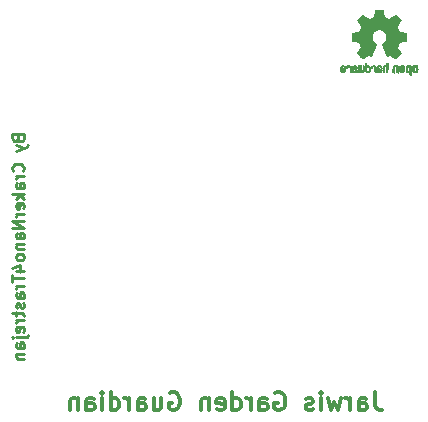
<source format=gbr>
G04 #@! TF.GenerationSoftware,KiCad,Pcbnew,5.0.0-fee4fd1~66~ubuntu16.04.1*
G04 #@! TF.CreationDate,2018-08-17T12:07:40+02:00*
G04 #@! TF.ProjectId,Garden_Guardian,47617264656E5F477561726469616E2E,rev?*
G04 #@! TF.SameCoordinates,Original*
G04 #@! TF.FileFunction,Legend,Bot*
G04 #@! TF.FilePolarity,Positive*
%FSLAX46Y46*%
G04 Gerber Fmt 4.6, Leading zero omitted, Abs format (unit mm)*
G04 Created by KiCad (PCBNEW 5.0.0-fee4fd1~66~ubuntu16.04.1) date Fri Aug 17 12:07:40 2018*
%MOMM*%
%LPD*%
G01*
G04 APERTURE LIST*
%ADD10C,0.250000*%
%ADD11C,0.300000*%
%ADD12C,0.010000*%
G04 APERTURE END LIST*
D10*
X145548571Y-85083333D02*
X145596190Y-85226190D01*
X145643809Y-85273809D01*
X145739047Y-85321428D01*
X145881904Y-85321428D01*
X145977142Y-85273809D01*
X146024761Y-85226190D01*
X146072380Y-85130952D01*
X146072380Y-84750000D01*
X145072380Y-84750000D01*
X145072380Y-85083333D01*
X145120000Y-85178571D01*
X145167619Y-85226190D01*
X145262857Y-85273809D01*
X145358095Y-85273809D01*
X145453333Y-85226190D01*
X145500952Y-85178571D01*
X145548571Y-85083333D01*
X145548571Y-84750000D01*
X145405714Y-85654761D02*
X146072380Y-85892857D01*
X145405714Y-86130952D02*
X146072380Y-85892857D01*
X146310476Y-85797619D01*
X146358095Y-85750000D01*
X146405714Y-85654761D01*
X145977142Y-87845238D02*
X146024761Y-87797619D01*
X146072380Y-87654761D01*
X146072380Y-87559523D01*
X146024761Y-87416666D01*
X145929523Y-87321428D01*
X145834285Y-87273809D01*
X145643809Y-87226190D01*
X145500952Y-87226190D01*
X145310476Y-87273809D01*
X145215238Y-87321428D01*
X145120000Y-87416666D01*
X145072380Y-87559523D01*
X145072380Y-87654761D01*
X145120000Y-87797619D01*
X145167619Y-87845238D01*
X146072380Y-88273809D02*
X145405714Y-88273809D01*
X145596190Y-88273809D02*
X145500952Y-88321428D01*
X145453333Y-88369047D01*
X145405714Y-88464285D01*
X145405714Y-88559523D01*
X146072380Y-89321428D02*
X145548571Y-89321428D01*
X145453333Y-89273809D01*
X145405714Y-89178571D01*
X145405714Y-88988095D01*
X145453333Y-88892857D01*
X146024761Y-89321428D02*
X146072380Y-89226190D01*
X146072380Y-88988095D01*
X146024761Y-88892857D01*
X145929523Y-88845238D01*
X145834285Y-88845238D01*
X145739047Y-88892857D01*
X145691428Y-88988095D01*
X145691428Y-89226190D01*
X145643809Y-89321428D01*
X146072380Y-89797619D02*
X145072380Y-89797619D01*
X145691428Y-89892857D02*
X146072380Y-90178571D01*
X145405714Y-90178571D02*
X145786666Y-89797619D01*
X146024761Y-90988095D02*
X146072380Y-90892857D01*
X146072380Y-90702380D01*
X146024761Y-90607142D01*
X145929523Y-90559523D01*
X145548571Y-90559523D01*
X145453333Y-90607142D01*
X145405714Y-90702380D01*
X145405714Y-90892857D01*
X145453333Y-90988095D01*
X145548571Y-91035714D01*
X145643809Y-91035714D01*
X145739047Y-90559523D01*
X146072380Y-91464285D02*
X145405714Y-91464285D01*
X145596190Y-91464285D02*
X145500952Y-91511904D01*
X145453333Y-91559523D01*
X145405714Y-91654761D01*
X145405714Y-91749999D01*
X146072380Y-92083333D02*
X145072380Y-92083333D01*
X146072380Y-92654761D01*
X145072380Y-92654761D01*
X146072380Y-93559523D02*
X145548571Y-93559523D01*
X145453333Y-93511904D01*
X145405714Y-93416666D01*
X145405714Y-93226190D01*
X145453333Y-93130952D01*
X146024761Y-93559523D02*
X146072380Y-93464285D01*
X146072380Y-93226190D01*
X146024761Y-93130952D01*
X145929523Y-93083333D01*
X145834285Y-93083333D01*
X145739047Y-93130952D01*
X145691428Y-93226190D01*
X145691428Y-93464285D01*
X145643809Y-93559523D01*
X145405714Y-94035714D02*
X146072380Y-94035714D01*
X145500952Y-94035714D02*
X145453333Y-94083333D01*
X145405714Y-94178571D01*
X145405714Y-94321428D01*
X145453333Y-94416666D01*
X145548571Y-94464285D01*
X146072380Y-94464285D01*
X146072380Y-95083333D02*
X146024761Y-94988095D01*
X145977142Y-94940476D01*
X145881904Y-94892857D01*
X145596190Y-94892857D01*
X145500952Y-94940476D01*
X145453333Y-94988095D01*
X145405714Y-95083333D01*
X145405714Y-95226190D01*
X145453333Y-95321428D01*
X145500952Y-95369047D01*
X145596190Y-95416666D01*
X145881904Y-95416666D01*
X145977142Y-95369047D01*
X146024761Y-95321428D01*
X146072380Y-95226190D01*
X146072380Y-95083333D01*
X145405714Y-96273809D02*
X146072380Y-96273809D01*
X145024761Y-96035714D02*
X145739047Y-95797619D01*
X145739047Y-96416666D01*
X145072380Y-96654761D02*
X145072380Y-97226190D01*
X146072380Y-96940476D02*
X145072380Y-96940476D01*
X146072380Y-97559523D02*
X145405714Y-97559523D01*
X145596190Y-97559523D02*
X145500952Y-97607142D01*
X145453333Y-97654761D01*
X145405714Y-97749999D01*
X145405714Y-97845238D01*
X146072380Y-98607142D02*
X145548571Y-98607142D01*
X145453333Y-98559523D01*
X145405714Y-98464285D01*
X145405714Y-98273809D01*
X145453333Y-98178571D01*
X146024761Y-98607142D02*
X146072380Y-98511904D01*
X146072380Y-98273809D01*
X146024761Y-98178571D01*
X145929523Y-98130952D01*
X145834285Y-98130952D01*
X145739047Y-98178571D01*
X145691428Y-98273809D01*
X145691428Y-98511904D01*
X145643809Y-98607142D01*
X146024761Y-99035714D02*
X146072380Y-99130952D01*
X146072380Y-99321428D01*
X146024761Y-99416666D01*
X145929523Y-99464285D01*
X145881904Y-99464285D01*
X145786666Y-99416666D01*
X145739047Y-99321428D01*
X145739047Y-99178571D01*
X145691428Y-99083333D01*
X145596190Y-99035714D01*
X145548571Y-99035714D01*
X145453333Y-99083333D01*
X145405714Y-99178571D01*
X145405714Y-99321428D01*
X145453333Y-99416666D01*
X145405714Y-99749999D02*
X145405714Y-100130952D01*
X145072380Y-99892857D02*
X145929523Y-99892857D01*
X146024761Y-99940476D01*
X146072380Y-100035714D01*
X146072380Y-100130952D01*
X146072380Y-100464285D02*
X145405714Y-100464285D01*
X145596190Y-100464285D02*
X145500952Y-100511904D01*
X145453333Y-100559523D01*
X145405714Y-100654761D01*
X145405714Y-100749999D01*
X146024761Y-101464285D02*
X146072380Y-101369047D01*
X146072380Y-101178571D01*
X146024761Y-101083333D01*
X145929523Y-101035714D01*
X145548571Y-101035714D01*
X145453333Y-101083333D01*
X145405714Y-101178571D01*
X145405714Y-101369047D01*
X145453333Y-101464285D01*
X145548571Y-101511904D01*
X145643809Y-101511904D01*
X145739047Y-101035714D01*
X145405714Y-101940476D02*
X146262857Y-101940476D01*
X146358095Y-101892857D01*
X146405714Y-101797619D01*
X146405714Y-101749999D01*
X145072380Y-101940476D02*
X145120000Y-101892857D01*
X145167619Y-101940476D01*
X145120000Y-101988095D01*
X145072380Y-101940476D01*
X145167619Y-101940476D01*
X146072380Y-102845238D02*
X145548571Y-102845238D01*
X145453333Y-102797619D01*
X145405714Y-102702380D01*
X145405714Y-102511904D01*
X145453333Y-102416666D01*
X146024761Y-102845238D02*
X146072380Y-102749999D01*
X146072380Y-102511904D01*
X146024761Y-102416666D01*
X145929523Y-102369047D01*
X145834285Y-102369047D01*
X145739047Y-102416666D01*
X145691428Y-102511904D01*
X145691428Y-102749999D01*
X145643809Y-102845238D01*
X145405714Y-103321428D02*
X146072380Y-103321428D01*
X145500952Y-103321428D02*
X145453333Y-103369047D01*
X145405714Y-103464285D01*
X145405714Y-103607142D01*
X145453333Y-103702380D01*
X145548571Y-103749999D01*
X146072380Y-103749999D01*
D11*
X175768571Y-106598571D02*
X175768571Y-107670000D01*
X175840000Y-107884285D01*
X175982857Y-108027142D01*
X176197142Y-108098571D01*
X176340000Y-108098571D01*
X174411428Y-108098571D02*
X174411428Y-107312857D01*
X174482857Y-107170000D01*
X174625714Y-107098571D01*
X174911428Y-107098571D01*
X175054285Y-107170000D01*
X174411428Y-108027142D02*
X174554285Y-108098571D01*
X174911428Y-108098571D01*
X175054285Y-108027142D01*
X175125714Y-107884285D01*
X175125714Y-107741428D01*
X175054285Y-107598571D01*
X174911428Y-107527142D01*
X174554285Y-107527142D01*
X174411428Y-107455714D01*
X173697142Y-108098571D02*
X173697142Y-107098571D01*
X173697142Y-107384285D02*
X173625714Y-107241428D01*
X173554285Y-107170000D01*
X173411428Y-107098571D01*
X173268571Y-107098571D01*
X172911428Y-107098571D02*
X172625714Y-108098571D01*
X172340000Y-107384285D01*
X172054285Y-108098571D01*
X171768571Y-107098571D01*
X171197142Y-108098571D02*
X171197142Y-107098571D01*
X171197142Y-106598571D02*
X171268571Y-106670000D01*
X171197142Y-106741428D01*
X171125714Y-106670000D01*
X171197142Y-106598571D01*
X171197142Y-106741428D01*
X170554285Y-108027142D02*
X170411428Y-108098571D01*
X170125714Y-108098571D01*
X169982857Y-108027142D01*
X169911428Y-107884285D01*
X169911428Y-107812857D01*
X169982857Y-107670000D01*
X170125714Y-107598571D01*
X170340000Y-107598571D01*
X170482857Y-107527142D01*
X170554285Y-107384285D01*
X170554285Y-107312857D01*
X170482857Y-107170000D01*
X170340000Y-107098571D01*
X170125714Y-107098571D01*
X169982857Y-107170000D01*
X167340000Y-106670000D02*
X167482857Y-106598571D01*
X167697142Y-106598571D01*
X167911428Y-106670000D01*
X168054285Y-106812857D01*
X168125714Y-106955714D01*
X168197142Y-107241428D01*
X168197142Y-107455714D01*
X168125714Y-107741428D01*
X168054285Y-107884285D01*
X167911428Y-108027142D01*
X167697142Y-108098571D01*
X167554285Y-108098571D01*
X167340000Y-108027142D01*
X167268571Y-107955714D01*
X167268571Y-107455714D01*
X167554285Y-107455714D01*
X165982857Y-108098571D02*
X165982857Y-107312857D01*
X166054285Y-107170000D01*
X166197142Y-107098571D01*
X166482857Y-107098571D01*
X166625714Y-107170000D01*
X165982857Y-108027142D02*
X166125714Y-108098571D01*
X166482857Y-108098571D01*
X166625714Y-108027142D01*
X166697142Y-107884285D01*
X166697142Y-107741428D01*
X166625714Y-107598571D01*
X166482857Y-107527142D01*
X166125714Y-107527142D01*
X165982857Y-107455714D01*
X165268571Y-108098571D02*
X165268571Y-107098571D01*
X165268571Y-107384285D02*
X165197142Y-107241428D01*
X165125714Y-107170000D01*
X164982857Y-107098571D01*
X164840000Y-107098571D01*
X163697142Y-108098571D02*
X163697142Y-106598571D01*
X163697142Y-108027142D02*
X163840000Y-108098571D01*
X164125714Y-108098571D01*
X164268571Y-108027142D01*
X164340000Y-107955714D01*
X164411428Y-107812857D01*
X164411428Y-107384285D01*
X164340000Y-107241428D01*
X164268571Y-107170000D01*
X164125714Y-107098571D01*
X163840000Y-107098571D01*
X163697142Y-107170000D01*
X162411428Y-108027142D02*
X162554285Y-108098571D01*
X162840000Y-108098571D01*
X162982857Y-108027142D01*
X163054285Y-107884285D01*
X163054285Y-107312857D01*
X162982857Y-107170000D01*
X162840000Y-107098571D01*
X162554285Y-107098571D01*
X162411428Y-107170000D01*
X162340000Y-107312857D01*
X162340000Y-107455714D01*
X163054285Y-107598571D01*
X161697142Y-107098571D02*
X161697142Y-108098571D01*
X161697142Y-107241428D02*
X161625714Y-107170000D01*
X161482857Y-107098571D01*
X161268571Y-107098571D01*
X161125714Y-107170000D01*
X161054285Y-107312857D01*
X161054285Y-108098571D01*
X158411428Y-106670000D02*
X158554285Y-106598571D01*
X158768571Y-106598571D01*
X158982857Y-106670000D01*
X159125714Y-106812857D01*
X159197142Y-106955714D01*
X159268571Y-107241428D01*
X159268571Y-107455714D01*
X159197142Y-107741428D01*
X159125714Y-107884285D01*
X158982857Y-108027142D01*
X158768571Y-108098571D01*
X158625714Y-108098571D01*
X158411428Y-108027142D01*
X158340000Y-107955714D01*
X158340000Y-107455714D01*
X158625714Y-107455714D01*
X157054285Y-107098571D02*
X157054285Y-108098571D01*
X157697142Y-107098571D02*
X157697142Y-107884285D01*
X157625714Y-108027142D01*
X157482857Y-108098571D01*
X157268571Y-108098571D01*
X157125714Y-108027142D01*
X157054285Y-107955714D01*
X155697142Y-108098571D02*
X155697142Y-107312857D01*
X155768571Y-107170000D01*
X155911428Y-107098571D01*
X156197142Y-107098571D01*
X156340000Y-107170000D01*
X155697142Y-108027142D02*
X155840000Y-108098571D01*
X156197142Y-108098571D01*
X156340000Y-108027142D01*
X156411428Y-107884285D01*
X156411428Y-107741428D01*
X156340000Y-107598571D01*
X156197142Y-107527142D01*
X155840000Y-107527142D01*
X155697142Y-107455714D01*
X154982857Y-108098571D02*
X154982857Y-107098571D01*
X154982857Y-107384285D02*
X154911428Y-107241428D01*
X154840000Y-107170000D01*
X154697142Y-107098571D01*
X154554285Y-107098571D01*
X153411428Y-108098571D02*
X153411428Y-106598571D01*
X153411428Y-108027142D02*
X153554285Y-108098571D01*
X153840000Y-108098571D01*
X153982857Y-108027142D01*
X154054285Y-107955714D01*
X154125714Y-107812857D01*
X154125714Y-107384285D01*
X154054285Y-107241428D01*
X153982857Y-107170000D01*
X153840000Y-107098571D01*
X153554285Y-107098571D01*
X153411428Y-107170000D01*
X152697142Y-108098571D02*
X152697142Y-107098571D01*
X152697142Y-106598571D02*
X152768571Y-106670000D01*
X152697142Y-106741428D01*
X152625714Y-106670000D01*
X152697142Y-106598571D01*
X152697142Y-106741428D01*
X151340000Y-108098571D02*
X151340000Y-107312857D01*
X151411428Y-107170000D01*
X151554285Y-107098571D01*
X151840000Y-107098571D01*
X151982857Y-107170000D01*
X151340000Y-108027142D02*
X151482857Y-108098571D01*
X151840000Y-108098571D01*
X151982857Y-108027142D01*
X152054285Y-107884285D01*
X152054285Y-107741428D01*
X151982857Y-107598571D01*
X151840000Y-107527142D01*
X151482857Y-107527142D01*
X151340000Y-107455714D01*
X150625714Y-107098571D02*
X150625714Y-108098571D01*
X150625714Y-107241428D02*
X150554285Y-107170000D01*
X150411428Y-107098571D01*
X150197142Y-107098571D01*
X150054285Y-107170000D01*
X149982857Y-107312857D01*
X149982857Y-108098571D01*
D12*
G04 #@! TO.C,REF\002A\002A\002A*
G36*
X178520256Y-78869918D02*
X178464799Y-78897568D01*
X178415852Y-78948480D01*
X178402371Y-78967338D01*
X178387686Y-78992015D01*
X178378158Y-79018816D01*
X178372707Y-79054587D01*
X178370253Y-79106169D01*
X178369714Y-79174267D01*
X178372148Y-79267588D01*
X178380606Y-79337657D01*
X178396826Y-79389931D01*
X178422546Y-79429869D01*
X178459503Y-79462929D01*
X178462218Y-79464886D01*
X178498640Y-79484908D01*
X178542498Y-79494815D01*
X178598276Y-79497257D01*
X178688952Y-79497257D01*
X178688990Y-79585283D01*
X178689834Y-79634308D01*
X178694976Y-79663065D01*
X178708413Y-79680311D01*
X178734142Y-79694808D01*
X178740321Y-79697769D01*
X178769236Y-79711648D01*
X178791624Y-79720414D01*
X178808271Y-79721171D01*
X178819964Y-79711023D01*
X178827490Y-79687073D01*
X178831634Y-79646426D01*
X178833185Y-79586186D01*
X178832929Y-79503455D01*
X178831651Y-79395339D01*
X178831252Y-79363000D01*
X178829815Y-79251524D01*
X178828528Y-79178603D01*
X178689029Y-79178603D01*
X178688245Y-79240499D01*
X178684760Y-79280997D01*
X178676876Y-79307708D01*
X178662895Y-79328244D01*
X178653403Y-79338260D01*
X178614596Y-79367567D01*
X178580237Y-79369952D01*
X178544784Y-79345750D01*
X178543886Y-79344857D01*
X178529461Y-79326153D01*
X178520687Y-79300732D01*
X178516261Y-79261584D01*
X178514882Y-79201697D01*
X178514857Y-79188430D01*
X178518188Y-79105901D01*
X178529031Y-79048691D01*
X178548660Y-79013766D01*
X178578350Y-78998094D01*
X178595509Y-78996514D01*
X178636234Y-79003926D01*
X178664168Y-79028330D01*
X178680983Y-79072980D01*
X178688350Y-79141130D01*
X178689029Y-79178603D01*
X178828528Y-79178603D01*
X178828292Y-79165245D01*
X178826323Y-79100333D01*
X178823550Y-79052958D01*
X178819612Y-79019290D01*
X178814151Y-78995498D01*
X178806808Y-78977753D01*
X178797223Y-78962224D01*
X178793113Y-78956381D01*
X178738595Y-78901185D01*
X178669664Y-78869890D01*
X178589928Y-78861165D01*
X178520256Y-78869918D01*
X178520256Y-78869918D01*
G37*
X178520256Y-78869918D02*
X178464799Y-78897568D01*
X178415852Y-78948480D01*
X178402371Y-78967338D01*
X178387686Y-78992015D01*
X178378158Y-79018816D01*
X178372707Y-79054587D01*
X178370253Y-79106169D01*
X178369714Y-79174267D01*
X178372148Y-79267588D01*
X178380606Y-79337657D01*
X178396826Y-79389931D01*
X178422546Y-79429869D01*
X178459503Y-79462929D01*
X178462218Y-79464886D01*
X178498640Y-79484908D01*
X178542498Y-79494815D01*
X178598276Y-79497257D01*
X178688952Y-79497257D01*
X178688990Y-79585283D01*
X178689834Y-79634308D01*
X178694976Y-79663065D01*
X178708413Y-79680311D01*
X178734142Y-79694808D01*
X178740321Y-79697769D01*
X178769236Y-79711648D01*
X178791624Y-79720414D01*
X178808271Y-79721171D01*
X178819964Y-79711023D01*
X178827490Y-79687073D01*
X178831634Y-79646426D01*
X178833185Y-79586186D01*
X178832929Y-79503455D01*
X178831651Y-79395339D01*
X178831252Y-79363000D01*
X178829815Y-79251524D01*
X178828528Y-79178603D01*
X178689029Y-79178603D01*
X178688245Y-79240499D01*
X178684760Y-79280997D01*
X178676876Y-79307708D01*
X178662895Y-79328244D01*
X178653403Y-79338260D01*
X178614596Y-79367567D01*
X178580237Y-79369952D01*
X178544784Y-79345750D01*
X178543886Y-79344857D01*
X178529461Y-79326153D01*
X178520687Y-79300732D01*
X178516261Y-79261584D01*
X178514882Y-79201697D01*
X178514857Y-79188430D01*
X178518188Y-79105901D01*
X178529031Y-79048691D01*
X178548660Y-79013766D01*
X178578350Y-78998094D01*
X178595509Y-78996514D01*
X178636234Y-79003926D01*
X178664168Y-79028330D01*
X178680983Y-79072980D01*
X178688350Y-79141130D01*
X178689029Y-79178603D01*
X178828528Y-79178603D01*
X178828292Y-79165245D01*
X178826323Y-79100333D01*
X178823550Y-79052958D01*
X178819612Y-79019290D01*
X178814151Y-78995498D01*
X178806808Y-78977753D01*
X178797223Y-78962224D01*
X178793113Y-78956381D01*
X178738595Y-78901185D01*
X178669664Y-78869890D01*
X178589928Y-78861165D01*
X178520256Y-78869918D01*
G36*
X177403907Y-78877780D02*
X177357328Y-78904723D01*
X177324943Y-78931466D01*
X177301258Y-78959484D01*
X177284941Y-78993748D01*
X177274661Y-79039227D01*
X177269086Y-79100892D01*
X177266884Y-79183711D01*
X177266629Y-79243246D01*
X177266629Y-79462391D01*
X177328314Y-79490044D01*
X177390000Y-79517697D01*
X177397257Y-79277670D01*
X177400256Y-79188028D01*
X177403402Y-79122962D01*
X177407299Y-79078026D01*
X177412553Y-79048770D01*
X177419769Y-79030748D01*
X177429550Y-79019511D01*
X177432688Y-79017079D01*
X177480239Y-78998083D01*
X177528303Y-79005600D01*
X177556914Y-79025543D01*
X177568553Y-79039675D01*
X177576609Y-79058220D01*
X177581729Y-79086334D01*
X177584559Y-79129173D01*
X177585744Y-79191895D01*
X177585943Y-79257261D01*
X177585982Y-79339268D01*
X177587386Y-79397316D01*
X177592086Y-79436465D01*
X177602013Y-79461780D01*
X177619097Y-79478323D01*
X177645268Y-79491156D01*
X177680225Y-79504491D01*
X177718404Y-79519007D01*
X177713859Y-79261389D01*
X177712029Y-79168519D01*
X177709888Y-79099889D01*
X177706819Y-79050711D01*
X177702206Y-79016198D01*
X177695432Y-78991562D01*
X177685881Y-78972016D01*
X177674366Y-78954770D01*
X177618810Y-78899680D01*
X177551020Y-78867822D01*
X177477287Y-78860191D01*
X177403907Y-78877780D01*
X177403907Y-78877780D01*
G37*
X177403907Y-78877780D02*
X177357328Y-78904723D01*
X177324943Y-78931466D01*
X177301258Y-78959484D01*
X177284941Y-78993748D01*
X177274661Y-79039227D01*
X177269086Y-79100892D01*
X177266884Y-79183711D01*
X177266629Y-79243246D01*
X177266629Y-79462391D01*
X177328314Y-79490044D01*
X177390000Y-79517697D01*
X177397257Y-79277670D01*
X177400256Y-79188028D01*
X177403402Y-79122962D01*
X177407299Y-79078026D01*
X177412553Y-79048770D01*
X177419769Y-79030748D01*
X177429550Y-79019511D01*
X177432688Y-79017079D01*
X177480239Y-78998083D01*
X177528303Y-79005600D01*
X177556914Y-79025543D01*
X177568553Y-79039675D01*
X177576609Y-79058220D01*
X177581729Y-79086334D01*
X177584559Y-79129173D01*
X177585744Y-79191895D01*
X177585943Y-79257261D01*
X177585982Y-79339268D01*
X177587386Y-79397316D01*
X177592086Y-79436465D01*
X177602013Y-79461780D01*
X177619097Y-79478323D01*
X177645268Y-79491156D01*
X177680225Y-79504491D01*
X177718404Y-79519007D01*
X177713859Y-79261389D01*
X177712029Y-79168519D01*
X177709888Y-79099889D01*
X177706819Y-79050711D01*
X177702206Y-79016198D01*
X177695432Y-78991562D01*
X177685881Y-78972016D01*
X177674366Y-78954770D01*
X177618810Y-78899680D01*
X177551020Y-78867822D01*
X177477287Y-78860191D01*
X177403907Y-78877780D01*
G36*
X179078885Y-78871962D02*
X179010855Y-78907733D01*
X178960649Y-78965301D01*
X178942815Y-79002312D01*
X178928937Y-79057882D01*
X178921833Y-79128096D01*
X178921160Y-79204727D01*
X178926573Y-79279552D01*
X178937730Y-79344342D01*
X178954286Y-79390873D01*
X178959374Y-79398887D01*
X179019645Y-79458707D01*
X179091231Y-79494535D01*
X179168908Y-79505020D01*
X179247452Y-79488810D01*
X179269311Y-79479092D01*
X179311878Y-79449143D01*
X179349237Y-79409433D01*
X179352768Y-79404397D01*
X179367119Y-79380124D01*
X179376606Y-79354178D01*
X179382210Y-79320022D01*
X179384914Y-79271119D01*
X179385701Y-79200935D01*
X179385714Y-79185200D01*
X179385678Y-79180192D01*
X179240571Y-79180192D01*
X179239727Y-79246430D01*
X179236404Y-79290386D01*
X179229417Y-79318779D01*
X179217584Y-79338325D01*
X179211543Y-79344857D01*
X179176814Y-79369680D01*
X179143097Y-79368548D01*
X179109005Y-79347016D01*
X179088671Y-79324029D01*
X179076629Y-79290478D01*
X179069866Y-79237569D01*
X179069402Y-79231399D01*
X179068248Y-79135513D01*
X179080312Y-79064299D01*
X179105430Y-79018194D01*
X179143440Y-78997635D01*
X179157008Y-78996514D01*
X179192636Y-79002152D01*
X179217006Y-79021686D01*
X179231907Y-79059042D01*
X179239125Y-79118150D01*
X179240571Y-79180192D01*
X179385678Y-79180192D01*
X179385174Y-79110413D01*
X179382904Y-79058159D01*
X179377932Y-79021949D01*
X179369287Y-78995299D01*
X179355995Y-78971722D01*
X179353057Y-78967338D01*
X179303687Y-78908249D01*
X179249891Y-78873947D01*
X179184398Y-78860331D01*
X179162158Y-78859665D01*
X179078885Y-78871962D01*
X179078885Y-78871962D01*
G37*
X179078885Y-78871962D02*
X179010855Y-78907733D01*
X178960649Y-78965301D01*
X178942815Y-79002312D01*
X178928937Y-79057882D01*
X178921833Y-79128096D01*
X178921160Y-79204727D01*
X178926573Y-79279552D01*
X178937730Y-79344342D01*
X178954286Y-79390873D01*
X178959374Y-79398887D01*
X179019645Y-79458707D01*
X179091231Y-79494535D01*
X179168908Y-79505020D01*
X179247452Y-79488810D01*
X179269311Y-79479092D01*
X179311878Y-79449143D01*
X179349237Y-79409433D01*
X179352768Y-79404397D01*
X179367119Y-79380124D01*
X179376606Y-79354178D01*
X179382210Y-79320022D01*
X179384914Y-79271119D01*
X179385701Y-79200935D01*
X179385714Y-79185200D01*
X179385678Y-79180192D01*
X179240571Y-79180192D01*
X179239727Y-79246430D01*
X179236404Y-79290386D01*
X179229417Y-79318779D01*
X179217584Y-79338325D01*
X179211543Y-79344857D01*
X179176814Y-79369680D01*
X179143097Y-79368548D01*
X179109005Y-79347016D01*
X179088671Y-79324029D01*
X179076629Y-79290478D01*
X179069866Y-79237569D01*
X179069402Y-79231399D01*
X179068248Y-79135513D01*
X179080312Y-79064299D01*
X179105430Y-79018194D01*
X179143440Y-78997635D01*
X179157008Y-78996514D01*
X179192636Y-79002152D01*
X179217006Y-79021686D01*
X179231907Y-79059042D01*
X179239125Y-79118150D01*
X179240571Y-79180192D01*
X179385678Y-79180192D01*
X179385174Y-79110413D01*
X179382904Y-79058159D01*
X179377932Y-79021949D01*
X179369287Y-78995299D01*
X179355995Y-78971722D01*
X179353057Y-78967338D01*
X179303687Y-78908249D01*
X179249891Y-78873947D01*
X179184398Y-78860331D01*
X179162158Y-78859665D01*
X179078885Y-78871962D01*
G36*
X177951697Y-78881239D02*
X177894473Y-78919735D01*
X177850251Y-78975335D01*
X177823833Y-79046086D01*
X177818490Y-79098162D01*
X177819097Y-79119893D01*
X177824178Y-79136531D01*
X177838145Y-79151437D01*
X177865411Y-79167973D01*
X177910388Y-79189498D01*
X177977489Y-79219374D01*
X177977829Y-79219524D01*
X178039593Y-79247813D01*
X178090241Y-79272933D01*
X178124596Y-79292179D01*
X178137482Y-79302848D01*
X178137486Y-79302934D01*
X178126128Y-79326166D01*
X178099569Y-79351774D01*
X178069077Y-79370221D01*
X178053630Y-79373886D01*
X178011485Y-79361212D01*
X177975192Y-79329471D01*
X177957483Y-79294572D01*
X177940448Y-79268845D01*
X177907078Y-79239546D01*
X177867851Y-79214235D01*
X177833244Y-79200471D01*
X177826007Y-79199714D01*
X177817861Y-79212160D01*
X177817370Y-79243972D01*
X177823357Y-79286866D01*
X177834643Y-79332558D01*
X177850050Y-79372761D01*
X177850829Y-79374322D01*
X177897196Y-79439062D01*
X177957289Y-79483097D01*
X178025535Y-79504711D01*
X178096362Y-79502185D01*
X178164196Y-79473804D01*
X178167212Y-79471808D01*
X178220573Y-79423448D01*
X178255660Y-79360352D01*
X178275078Y-79277387D01*
X178277684Y-79254078D01*
X178282299Y-79144055D01*
X178276767Y-79092748D01*
X178137486Y-79092748D01*
X178135676Y-79124753D01*
X178125778Y-79134093D01*
X178101102Y-79127105D01*
X178062205Y-79110587D01*
X178018725Y-79089881D01*
X178017644Y-79089333D01*
X177980791Y-79069949D01*
X177966000Y-79057013D01*
X177969647Y-79043451D01*
X177985005Y-79025632D01*
X178024077Y-78999845D01*
X178066154Y-78997950D01*
X178103897Y-79016717D01*
X178129966Y-79052915D01*
X178137486Y-79092748D01*
X178276767Y-79092748D01*
X178272806Y-79056027D01*
X178248450Y-78986212D01*
X178214544Y-78937302D01*
X178153347Y-78887878D01*
X178085937Y-78863359D01*
X178017120Y-78861797D01*
X177951697Y-78881239D01*
X177951697Y-78881239D01*
G37*
X177951697Y-78881239D02*
X177894473Y-78919735D01*
X177850251Y-78975335D01*
X177823833Y-79046086D01*
X177818490Y-79098162D01*
X177819097Y-79119893D01*
X177824178Y-79136531D01*
X177838145Y-79151437D01*
X177865411Y-79167973D01*
X177910388Y-79189498D01*
X177977489Y-79219374D01*
X177977829Y-79219524D01*
X178039593Y-79247813D01*
X178090241Y-79272933D01*
X178124596Y-79292179D01*
X178137482Y-79302848D01*
X178137486Y-79302934D01*
X178126128Y-79326166D01*
X178099569Y-79351774D01*
X178069077Y-79370221D01*
X178053630Y-79373886D01*
X178011485Y-79361212D01*
X177975192Y-79329471D01*
X177957483Y-79294572D01*
X177940448Y-79268845D01*
X177907078Y-79239546D01*
X177867851Y-79214235D01*
X177833244Y-79200471D01*
X177826007Y-79199714D01*
X177817861Y-79212160D01*
X177817370Y-79243972D01*
X177823357Y-79286866D01*
X177834643Y-79332558D01*
X177850050Y-79372761D01*
X177850829Y-79374322D01*
X177897196Y-79439062D01*
X177957289Y-79483097D01*
X178025535Y-79504711D01*
X178096362Y-79502185D01*
X178164196Y-79473804D01*
X178167212Y-79471808D01*
X178220573Y-79423448D01*
X178255660Y-79360352D01*
X178275078Y-79277387D01*
X178277684Y-79254078D01*
X178282299Y-79144055D01*
X178276767Y-79092748D01*
X178137486Y-79092748D01*
X178135676Y-79124753D01*
X178125778Y-79134093D01*
X178101102Y-79127105D01*
X178062205Y-79110587D01*
X178018725Y-79089881D01*
X178017644Y-79089333D01*
X177980791Y-79069949D01*
X177966000Y-79057013D01*
X177969647Y-79043451D01*
X177985005Y-79025632D01*
X178024077Y-78999845D01*
X178066154Y-78997950D01*
X178103897Y-79016717D01*
X178129966Y-79052915D01*
X178137486Y-79092748D01*
X178276767Y-79092748D01*
X178272806Y-79056027D01*
X178248450Y-78986212D01*
X178214544Y-78937302D01*
X178153347Y-78887878D01*
X178085937Y-78863359D01*
X178017120Y-78861797D01*
X177951697Y-78881239D01*
G36*
X176744114Y-78801289D02*
X176739861Y-78860613D01*
X176734975Y-78895572D01*
X176728205Y-78910820D01*
X176718298Y-78911015D01*
X176715086Y-78909195D01*
X176672356Y-78896015D01*
X176616773Y-78896785D01*
X176560263Y-78910333D01*
X176524918Y-78927861D01*
X176488679Y-78955861D01*
X176462187Y-78987549D01*
X176444001Y-79027813D01*
X176432678Y-79081543D01*
X176426778Y-79153626D01*
X176424857Y-79248951D01*
X176424823Y-79267237D01*
X176424800Y-79472646D01*
X176470509Y-79488580D01*
X176502973Y-79499420D01*
X176520785Y-79504468D01*
X176521309Y-79504514D01*
X176523063Y-79490828D01*
X176524556Y-79453076D01*
X176525674Y-79396224D01*
X176526303Y-79325234D01*
X176526400Y-79282073D01*
X176526602Y-79196973D01*
X176527642Y-79135981D01*
X176530169Y-79094177D01*
X176534836Y-79066642D01*
X176542293Y-79048456D01*
X176553189Y-79034698D01*
X176559993Y-79028073D01*
X176606728Y-79001375D01*
X176657728Y-78999375D01*
X176703999Y-79021955D01*
X176712556Y-79030107D01*
X176725107Y-79045436D01*
X176733812Y-79063618D01*
X176739369Y-79089909D01*
X176742474Y-79129562D01*
X176743824Y-79187832D01*
X176744114Y-79268173D01*
X176744114Y-79472646D01*
X176789823Y-79488580D01*
X176822287Y-79499420D01*
X176840099Y-79504468D01*
X176840623Y-79504514D01*
X176841963Y-79490623D01*
X176843172Y-79451439D01*
X176844199Y-79390700D01*
X176844998Y-79312141D01*
X176845519Y-79219498D01*
X176845714Y-79116509D01*
X176845714Y-78719342D01*
X176798543Y-78699444D01*
X176751371Y-78679547D01*
X176744114Y-78801289D01*
X176744114Y-78801289D01*
G37*
X176744114Y-78801289D02*
X176739861Y-78860613D01*
X176734975Y-78895572D01*
X176728205Y-78910820D01*
X176718298Y-78911015D01*
X176715086Y-78909195D01*
X176672356Y-78896015D01*
X176616773Y-78896785D01*
X176560263Y-78910333D01*
X176524918Y-78927861D01*
X176488679Y-78955861D01*
X176462187Y-78987549D01*
X176444001Y-79027813D01*
X176432678Y-79081543D01*
X176426778Y-79153626D01*
X176424857Y-79248951D01*
X176424823Y-79267237D01*
X176424800Y-79472646D01*
X176470509Y-79488580D01*
X176502973Y-79499420D01*
X176520785Y-79504468D01*
X176521309Y-79504514D01*
X176523063Y-79490828D01*
X176524556Y-79453076D01*
X176525674Y-79396224D01*
X176526303Y-79325234D01*
X176526400Y-79282073D01*
X176526602Y-79196973D01*
X176527642Y-79135981D01*
X176530169Y-79094177D01*
X176534836Y-79066642D01*
X176542293Y-79048456D01*
X176553189Y-79034698D01*
X176559993Y-79028073D01*
X176606728Y-79001375D01*
X176657728Y-78999375D01*
X176703999Y-79021955D01*
X176712556Y-79030107D01*
X176725107Y-79045436D01*
X176733812Y-79063618D01*
X176739369Y-79089909D01*
X176742474Y-79129562D01*
X176743824Y-79187832D01*
X176744114Y-79268173D01*
X176744114Y-79472646D01*
X176789823Y-79488580D01*
X176822287Y-79499420D01*
X176840099Y-79504468D01*
X176840623Y-79504514D01*
X176841963Y-79490623D01*
X176843172Y-79451439D01*
X176844199Y-79390700D01*
X176844998Y-79312141D01*
X176845519Y-79219498D01*
X176845714Y-79116509D01*
X176845714Y-78719342D01*
X176798543Y-78699444D01*
X176751371Y-78679547D01*
X176744114Y-78801289D01*
G36*
X176080256Y-78900968D02*
X176023384Y-78922087D01*
X176022733Y-78922493D01*
X175987560Y-78948380D01*
X175961593Y-78978633D01*
X175943330Y-79018058D01*
X175931268Y-79071462D01*
X175923904Y-79143651D01*
X175919736Y-79239432D01*
X175919371Y-79253078D01*
X175914124Y-79458842D01*
X175958284Y-79481678D01*
X175990237Y-79497110D01*
X176009530Y-79504423D01*
X176010422Y-79504514D01*
X176013761Y-79491022D01*
X176016413Y-79454626D01*
X176018044Y-79401452D01*
X176018400Y-79358393D01*
X176018408Y-79288641D01*
X176021597Y-79244837D01*
X176032712Y-79223944D01*
X176056499Y-79222925D01*
X176097704Y-79238741D01*
X176159914Y-79267815D01*
X176205659Y-79291963D01*
X176229187Y-79312913D01*
X176236104Y-79335747D01*
X176236114Y-79336877D01*
X176224701Y-79376212D01*
X176190908Y-79397462D01*
X176139191Y-79400539D01*
X176101939Y-79400006D01*
X176082297Y-79410735D01*
X176070048Y-79436505D01*
X176062998Y-79469337D01*
X176073158Y-79487966D01*
X176076983Y-79490632D01*
X176112999Y-79501340D01*
X176163434Y-79502856D01*
X176215374Y-79495759D01*
X176252178Y-79482788D01*
X176303062Y-79439585D01*
X176331986Y-79379446D01*
X176337714Y-79332462D01*
X176333343Y-79290082D01*
X176317525Y-79255488D01*
X176286203Y-79224763D01*
X176235322Y-79193990D01*
X176160824Y-79159252D01*
X176156286Y-79157288D01*
X176089179Y-79126287D01*
X176047768Y-79100862D01*
X176030019Y-79078014D01*
X176033893Y-79054745D01*
X176057357Y-79028056D01*
X176064373Y-79021914D01*
X176111370Y-78998100D01*
X176160067Y-78999103D01*
X176202478Y-79022451D01*
X176230616Y-79065675D01*
X176233231Y-79074160D01*
X176258692Y-79115308D01*
X176290999Y-79135128D01*
X176337714Y-79154770D01*
X176337714Y-79103950D01*
X176323504Y-79030082D01*
X176281325Y-78962327D01*
X176259376Y-78939661D01*
X176209483Y-78910569D01*
X176146033Y-78897400D01*
X176080256Y-78900968D01*
X176080256Y-78900968D01*
G37*
X176080256Y-78900968D02*
X176023384Y-78922087D01*
X176022733Y-78922493D01*
X175987560Y-78948380D01*
X175961593Y-78978633D01*
X175943330Y-79018058D01*
X175931268Y-79071462D01*
X175923904Y-79143651D01*
X175919736Y-79239432D01*
X175919371Y-79253078D01*
X175914124Y-79458842D01*
X175958284Y-79481678D01*
X175990237Y-79497110D01*
X176009530Y-79504423D01*
X176010422Y-79504514D01*
X176013761Y-79491022D01*
X176016413Y-79454626D01*
X176018044Y-79401452D01*
X176018400Y-79358393D01*
X176018408Y-79288641D01*
X176021597Y-79244837D01*
X176032712Y-79223944D01*
X176056499Y-79222925D01*
X176097704Y-79238741D01*
X176159914Y-79267815D01*
X176205659Y-79291963D01*
X176229187Y-79312913D01*
X176236104Y-79335747D01*
X176236114Y-79336877D01*
X176224701Y-79376212D01*
X176190908Y-79397462D01*
X176139191Y-79400539D01*
X176101939Y-79400006D01*
X176082297Y-79410735D01*
X176070048Y-79436505D01*
X176062998Y-79469337D01*
X176073158Y-79487966D01*
X176076983Y-79490632D01*
X176112999Y-79501340D01*
X176163434Y-79502856D01*
X176215374Y-79495759D01*
X176252178Y-79482788D01*
X176303062Y-79439585D01*
X176331986Y-79379446D01*
X176337714Y-79332462D01*
X176333343Y-79290082D01*
X176317525Y-79255488D01*
X176286203Y-79224763D01*
X176235322Y-79193990D01*
X176160824Y-79159252D01*
X176156286Y-79157288D01*
X176089179Y-79126287D01*
X176047768Y-79100862D01*
X176030019Y-79078014D01*
X176033893Y-79054745D01*
X176057357Y-79028056D01*
X176064373Y-79021914D01*
X176111370Y-78998100D01*
X176160067Y-78999103D01*
X176202478Y-79022451D01*
X176230616Y-79065675D01*
X176233231Y-79074160D01*
X176258692Y-79115308D01*
X176290999Y-79135128D01*
X176337714Y-79154770D01*
X176337714Y-79103950D01*
X176323504Y-79030082D01*
X176281325Y-78962327D01*
X176259376Y-78939661D01*
X176209483Y-78910569D01*
X176146033Y-78897400D01*
X176080256Y-78900968D01*
G36*
X175590074Y-78899755D02*
X175524142Y-78924084D01*
X175470727Y-78967117D01*
X175449836Y-78997409D01*
X175427061Y-79052994D01*
X175427534Y-79093186D01*
X175451438Y-79120217D01*
X175460283Y-79124813D01*
X175498470Y-79139144D01*
X175517972Y-79135472D01*
X175524578Y-79111407D01*
X175524914Y-79098114D01*
X175537008Y-79049210D01*
X175568529Y-79014999D01*
X175612341Y-78998476D01*
X175661305Y-79002634D01*
X175701106Y-79024227D01*
X175714550Y-79036544D01*
X175724079Y-79051487D01*
X175730515Y-79074075D01*
X175734683Y-79109328D01*
X175737403Y-79162266D01*
X175739498Y-79237907D01*
X175740040Y-79261857D01*
X175742019Y-79343790D01*
X175744269Y-79401455D01*
X175747643Y-79439608D01*
X175752994Y-79463004D01*
X175761176Y-79476398D01*
X175773041Y-79484545D01*
X175780638Y-79488144D01*
X175812898Y-79500452D01*
X175831889Y-79504514D01*
X175838164Y-79490948D01*
X175841994Y-79449934D01*
X175843400Y-79380999D01*
X175842402Y-79283669D01*
X175842092Y-79268657D01*
X175839899Y-79179859D01*
X175837307Y-79115019D01*
X175833618Y-79069067D01*
X175828136Y-79036935D01*
X175820165Y-79013553D01*
X175809007Y-78993852D01*
X175803170Y-78985410D01*
X175769704Y-78948057D01*
X175732273Y-78919003D01*
X175727691Y-78916467D01*
X175660574Y-78896443D01*
X175590074Y-78899755D01*
X175590074Y-78899755D01*
G37*
X175590074Y-78899755D02*
X175524142Y-78924084D01*
X175470727Y-78967117D01*
X175449836Y-78997409D01*
X175427061Y-79052994D01*
X175427534Y-79093186D01*
X175451438Y-79120217D01*
X175460283Y-79124813D01*
X175498470Y-79139144D01*
X175517972Y-79135472D01*
X175524578Y-79111407D01*
X175524914Y-79098114D01*
X175537008Y-79049210D01*
X175568529Y-79014999D01*
X175612341Y-78998476D01*
X175661305Y-79002634D01*
X175701106Y-79024227D01*
X175714550Y-79036544D01*
X175724079Y-79051487D01*
X175730515Y-79074075D01*
X175734683Y-79109328D01*
X175737403Y-79162266D01*
X175739498Y-79237907D01*
X175740040Y-79261857D01*
X175742019Y-79343790D01*
X175744269Y-79401455D01*
X175747643Y-79439608D01*
X175752994Y-79463004D01*
X175761176Y-79476398D01*
X175773041Y-79484545D01*
X175780638Y-79488144D01*
X175812898Y-79500452D01*
X175831889Y-79504514D01*
X175838164Y-79490948D01*
X175841994Y-79449934D01*
X175843400Y-79380999D01*
X175842402Y-79283669D01*
X175842092Y-79268657D01*
X175839899Y-79179859D01*
X175837307Y-79115019D01*
X175833618Y-79069067D01*
X175828136Y-79036935D01*
X175820165Y-79013553D01*
X175809007Y-78993852D01*
X175803170Y-78985410D01*
X175769704Y-78948057D01*
X175732273Y-78919003D01*
X175727691Y-78916467D01*
X175660574Y-78896443D01*
X175590074Y-78899755D01*
G36*
X174929883Y-79015358D02*
X174930067Y-79123837D01*
X174930781Y-79207287D01*
X174932325Y-79269704D01*
X174934999Y-79315085D01*
X174939106Y-79347429D01*
X174944945Y-79370733D01*
X174952818Y-79388995D01*
X174958779Y-79399418D01*
X175008145Y-79455945D01*
X175070736Y-79491377D01*
X175139987Y-79504090D01*
X175209332Y-79492463D01*
X175250625Y-79471568D01*
X175293975Y-79435422D01*
X175323519Y-79391276D01*
X175341345Y-79333462D01*
X175349537Y-79256313D01*
X175350698Y-79199714D01*
X175350542Y-79195647D01*
X175249143Y-79195647D01*
X175248524Y-79260550D01*
X175245686Y-79303514D01*
X175239160Y-79331622D01*
X175227477Y-79351953D01*
X175213517Y-79367288D01*
X175166635Y-79396890D01*
X175116299Y-79399419D01*
X175068724Y-79374705D01*
X175065021Y-79371356D01*
X175049217Y-79353935D01*
X175039307Y-79333209D01*
X175033942Y-79302362D01*
X175031772Y-79254577D01*
X175031429Y-79201748D01*
X175032173Y-79135381D01*
X175035252Y-79091106D01*
X175041939Y-79062009D01*
X175053504Y-79041173D01*
X175062987Y-79030107D01*
X175107040Y-79002198D01*
X175157776Y-78998843D01*
X175206204Y-79020159D01*
X175215550Y-79028073D01*
X175231460Y-79045647D01*
X175241390Y-79066587D01*
X175246722Y-79097782D01*
X175248837Y-79146122D01*
X175249143Y-79195647D01*
X175350542Y-79195647D01*
X175347190Y-79108568D01*
X175335274Y-79040086D01*
X175312865Y-78988600D01*
X175277876Y-78948443D01*
X175250625Y-78927861D01*
X175201093Y-78905625D01*
X175143684Y-78895304D01*
X175090318Y-78898067D01*
X175060457Y-78909212D01*
X175048739Y-78912383D01*
X175040963Y-78900557D01*
X175035535Y-78868866D01*
X175031429Y-78820593D01*
X175026933Y-78766829D01*
X175020687Y-78734482D01*
X175009324Y-78715985D01*
X174989472Y-78703770D01*
X174977000Y-78698362D01*
X174929829Y-78678601D01*
X174929883Y-79015358D01*
X174929883Y-79015358D01*
G37*
X174929883Y-79015358D02*
X174930067Y-79123837D01*
X174930781Y-79207287D01*
X174932325Y-79269704D01*
X174934999Y-79315085D01*
X174939106Y-79347429D01*
X174944945Y-79370733D01*
X174952818Y-79388995D01*
X174958779Y-79399418D01*
X175008145Y-79455945D01*
X175070736Y-79491377D01*
X175139987Y-79504090D01*
X175209332Y-79492463D01*
X175250625Y-79471568D01*
X175293975Y-79435422D01*
X175323519Y-79391276D01*
X175341345Y-79333462D01*
X175349537Y-79256313D01*
X175350698Y-79199714D01*
X175350542Y-79195647D01*
X175249143Y-79195647D01*
X175248524Y-79260550D01*
X175245686Y-79303514D01*
X175239160Y-79331622D01*
X175227477Y-79351953D01*
X175213517Y-79367288D01*
X175166635Y-79396890D01*
X175116299Y-79399419D01*
X175068724Y-79374705D01*
X175065021Y-79371356D01*
X175049217Y-79353935D01*
X175039307Y-79333209D01*
X175033942Y-79302362D01*
X175031772Y-79254577D01*
X175031429Y-79201748D01*
X175032173Y-79135381D01*
X175035252Y-79091106D01*
X175041939Y-79062009D01*
X175053504Y-79041173D01*
X175062987Y-79030107D01*
X175107040Y-79002198D01*
X175157776Y-78998843D01*
X175206204Y-79020159D01*
X175215550Y-79028073D01*
X175231460Y-79045647D01*
X175241390Y-79066587D01*
X175246722Y-79097782D01*
X175248837Y-79146122D01*
X175249143Y-79195647D01*
X175350542Y-79195647D01*
X175347190Y-79108568D01*
X175335274Y-79040086D01*
X175312865Y-78988600D01*
X175277876Y-78948443D01*
X175250625Y-78927861D01*
X175201093Y-78905625D01*
X175143684Y-78895304D01*
X175090318Y-78898067D01*
X175060457Y-78909212D01*
X175048739Y-78912383D01*
X175040963Y-78900557D01*
X175035535Y-78868866D01*
X175031429Y-78820593D01*
X175026933Y-78766829D01*
X175020687Y-78734482D01*
X175009324Y-78715985D01*
X174989472Y-78703770D01*
X174977000Y-78698362D01*
X174929829Y-78678601D01*
X174929883Y-79015358D01*
G36*
X174340167Y-78908663D02*
X174337952Y-78946850D01*
X174336216Y-79004886D01*
X174335101Y-79078180D01*
X174334743Y-79155055D01*
X174334743Y-79415196D01*
X174380674Y-79461127D01*
X174412325Y-79489429D01*
X174440110Y-79500893D01*
X174478085Y-79500168D01*
X174493160Y-79498321D01*
X174540274Y-79492948D01*
X174579244Y-79489869D01*
X174588743Y-79489585D01*
X174620767Y-79491445D01*
X174666568Y-79496114D01*
X174684326Y-79498321D01*
X174727943Y-79501735D01*
X174757255Y-79494320D01*
X174786320Y-79471427D01*
X174796812Y-79461127D01*
X174842743Y-79415196D01*
X174842743Y-78928602D01*
X174805774Y-78911758D01*
X174773941Y-78899282D01*
X174755317Y-78894914D01*
X174750542Y-78908718D01*
X174746079Y-78947286D01*
X174742225Y-79006356D01*
X174739278Y-79081663D01*
X174737857Y-79145286D01*
X174733886Y-79395657D01*
X174699241Y-79400556D01*
X174667732Y-79397131D01*
X174652292Y-79386041D01*
X174647977Y-79365308D01*
X174644292Y-79321145D01*
X174641531Y-79259146D01*
X174639988Y-79184909D01*
X174639765Y-79146706D01*
X174639543Y-78926783D01*
X174593834Y-78910849D01*
X174561482Y-78900015D01*
X174543885Y-78894962D01*
X174543377Y-78894914D01*
X174541612Y-78908648D01*
X174539671Y-78946730D01*
X174537718Y-79004482D01*
X174535916Y-79077227D01*
X174534657Y-79145286D01*
X174530686Y-79395657D01*
X174443600Y-79395657D01*
X174439604Y-79167240D01*
X174435608Y-78938822D01*
X174393153Y-78916868D01*
X174361808Y-78901793D01*
X174343256Y-78894951D01*
X174342721Y-78894914D01*
X174340167Y-78908663D01*
X174340167Y-78908663D01*
G37*
X174340167Y-78908663D02*
X174337952Y-78946850D01*
X174336216Y-79004886D01*
X174335101Y-79078180D01*
X174334743Y-79155055D01*
X174334743Y-79415196D01*
X174380674Y-79461127D01*
X174412325Y-79489429D01*
X174440110Y-79500893D01*
X174478085Y-79500168D01*
X174493160Y-79498321D01*
X174540274Y-79492948D01*
X174579244Y-79489869D01*
X174588743Y-79489585D01*
X174620767Y-79491445D01*
X174666568Y-79496114D01*
X174684326Y-79498321D01*
X174727943Y-79501735D01*
X174757255Y-79494320D01*
X174786320Y-79471427D01*
X174796812Y-79461127D01*
X174842743Y-79415196D01*
X174842743Y-78928602D01*
X174805774Y-78911758D01*
X174773941Y-78899282D01*
X174755317Y-78894914D01*
X174750542Y-78908718D01*
X174746079Y-78947286D01*
X174742225Y-79006356D01*
X174739278Y-79081663D01*
X174737857Y-79145286D01*
X174733886Y-79395657D01*
X174699241Y-79400556D01*
X174667732Y-79397131D01*
X174652292Y-79386041D01*
X174647977Y-79365308D01*
X174644292Y-79321145D01*
X174641531Y-79259146D01*
X174639988Y-79184909D01*
X174639765Y-79146706D01*
X174639543Y-78926783D01*
X174593834Y-78910849D01*
X174561482Y-78900015D01*
X174543885Y-78894962D01*
X174543377Y-78894914D01*
X174541612Y-78908648D01*
X174539671Y-78946730D01*
X174537718Y-79004482D01*
X174535916Y-79077227D01*
X174534657Y-79145286D01*
X174530686Y-79395657D01*
X174443600Y-79395657D01*
X174439604Y-79167240D01*
X174435608Y-78938822D01*
X174393153Y-78916868D01*
X174361808Y-78901793D01*
X174343256Y-78894951D01*
X174342721Y-78894914D01*
X174340167Y-78908663D01*
G36*
X173975124Y-78906335D02*
X173933333Y-78925344D01*
X173900531Y-78948378D01*
X173876497Y-78974133D01*
X173859903Y-79007358D01*
X173849423Y-79052800D01*
X173843729Y-79115207D01*
X173841493Y-79199327D01*
X173841257Y-79254721D01*
X173841257Y-79470826D01*
X173878226Y-79487670D01*
X173907344Y-79499981D01*
X173921769Y-79504514D01*
X173924528Y-79491025D01*
X173926718Y-79454653D01*
X173928058Y-79401542D01*
X173928343Y-79359372D01*
X173929566Y-79298447D01*
X173932864Y-79250115D01*
X173937679Y-79220518D01*
X173941504Y-79214229D01*
X173967217Y-79220652D01*
X174007582Y-79237125D01*
X174054321Y-79259458D01*
X174099155Y-79283457D01*
X174133807Y-79304930D01*
X174149998Y-79319685D01*
X174150062Y-79319845D01*
X174148670Y-79347152D01*
X174136182Y-79373219D01*
X174114257Y-79394392D01*
X174082257Y-79401474D01*
X174054908Y-79400649D01*
X174016174Y-79400042D01*
X173995842Y-79409116D01*
X173983631Y-79433092D01*
X173982091Y-79437613D01*
X173976797Y-79471806D01*
X173990953Y-79492568D01*
X174027852Y-79502462D01*
X174067711Y-79504292D01*
X174139438Y-79490727D01*
X174176568Y-79471355D01*
X174222424Y-79425845D01*
X174246744Y-79369983D01*
X174248927Y-79310957D01*
X174228371Y-79255953D01*
X174197451Y-79221486D01*
X174166580Y-79202189D01*
X174118058Y-79177759D01*
X174061515Y-79152985D01*
X174052090Y-79149199D01*
X173989981Y-79121791D01*
X173954178Y-79097634D01*
X173942663Y-79073619D01*
X173953420Y-79046635D01*
X173971886Y-79025543D01*
X174015531Y-78999572D01*
X174063554Y-78997624D01*
X174107594Y-79017637D01*
X174139291Y-79057551D01*
X174143451Y-79067848D01*
X174167673Y-79105724D01*
X174203035Y-79133842D01*
X174247657Y-79156917D01*
X174247657Y-79091485D01*
X174245031Y-79051506D01*
X174233770Y-79019997D01*
X174208801Y-78986378D01*
X174184831Y-78960484D01*
X174147559Y-78923817D01*
X174118599Y-78904121D01*
X174087495Y-78896220D01*
X174052287Y-78894914D01*
X173975124Y-78906335D01*
X173975124Y-78906335D01*
G37*
X173975124Y-78906335D02*
X173933333Y-78925344D01*
X173900531Y-78948378D01*
X173876497Y-78974133D01*
X173859903Y-79007358D01*
X173849423Y-79052800D01*
X173843729Y-79115207D01*
X173841493Y-79199327D01*
X173841257Y-79254721D01*
X173841257Y-79470826D01*
X173878226Y-79487670D01*
X173907344Y-79499981D01*
X173921769Y-79504514D01*
X173924528Y-79491025D01*
X173926718Y-79454653D01*
X173928058Y-79401542D01*
X173928343Y-79359372D01*
X173929566Y-79298447D01*
X173932864Y-79250115D01*
X173937679Y-79220518D01*
X173941504Y-79214229D01*
X173967217Y-79220652D01*
X174007582Y-79237125D01*
X174054321Y-79259458D01*
X174099155Y-79283457D01*
X174133807Y-79304930D01*
X174149998Y-79319685D01*
X174150062Y-79319845D01*
X174148670Y-79347152D01*
X174136182Y-79373219D01*
X174114257Y-79394392D01*
X174082257Y-79401474D01*
X174054908Y-79400649D01*
X174016174Y-79400042D01*
X173995842Y-79409116D01*
X173983631Y-79433092D01*
X173982091Y-79437613D01*
X173976797Y-79471806D01*
X173990953Y-79492568D01*
X174027852Y-79502462D01*
X174067711Y-79504292D01*
X174139438Y-79490727D01*
X174176568Y-79471355D01*
X174222424Y-79425845D01*
X174246744Y-79369983D01*
X174248927Y-79310957D01*
X174228371Y-79255953D01*
X174197451Y-79221486D01*
X174166580Y-79202189D01*
X174118058Y-79177759D01*
X174061515Y-79152985D01*
X174052090Y-79149199D01*
X173989981Y-79121791D01*
X173954178Y-79097634D01*
X173942663Y-79073619D01*
X173953420Y-79046635D01*
X173971886Y-79025543D01*
X174015531Y-78999572D01*
X174063554Y-78997624D01*
X174107594Y-79017637D01*
X174139291Y-79057551D01*
X174143451Y-79067848D01*
X174167673Y-79105724D01*
X174203035Y-79133842D01*
X174247657Y-79156917D01*
X174247657Y-79091485D01*
X174245031Y-79051506D01*
X174233770Y-79019997D01*
X174208801Y-78986378D01*
X174184831Y-78960484D01*
X174147559Y-78923817D01*
X174118599Y-78904121D01*
X174087495Y-78896220D01*
X174052287Y-78894914D01*
X173975124Y-78906335D01*
G36*
X173467400Y-78908752D02*
X173450052Y-78916334D01*
X173408644Y-78949128D01*
X173373235Y-78996547D01*
X173351336Y-79047151D01*
X173347771Y-79072098D01*
X173359721Y-79106927D01*
X173385933Y-79125357D01*
X173414036Y-79136516D01*
X173426905Y-79138572D01*
X173433171Y-79123649D01*
X173445544Y-79091175D01*
X173450972Y-79076502D01*
X173481410Y-79025744D01*
X173525480Y-79000427D01*
X173581990Y-79001206D01*
X173586175Y-79002203D01*
X173616345Y-79016507D01*
X173638524Y-79044393D01*
X173653673Y-79089287D01*
X173662750Y-79154615D01*
X173666714Y-79243804D01*
X173667086Y-79291261D01*
X173667270Y-79366071D01*
X173668478Y-79417069D01*
X173671691Y-79449471D01*
X173677891Y-79468495D01*
X173688060Y-79479356D01*
X173703181Y-79487272D01*
X173704054Y-79487670D01*
X173733172Y-79499981D01*
X173747597Y-79504514D01*
X173749814Y-79490809D01*
X173751711Y-79452925D01*
X173753153Y-79395715D01*
X173754002Y-79324027D01*
X173754171Y-79271565D01*
X173753308Y-79170047D01*
X173749930Y-79093032D01*
X173742858Y-79036023D01*
X173730912Y-78994526D01*
X173712910Y-78964043D01*
X173687673Y-78940080D01*
X173662753Y-78923355D01*
X173602829Y-78901097D01*
X173533089Y-78896076D01*
X173467400Y-78908752D01*
X173467400Y-78908752D01*
G37*
X173467400Y-78908752D02*
X173450052Y-78916334D01*
X173408644Y-78949128D01*
X173373235Y-78996547D01*
X173351336Y-79047151D01*
X173347771Y-79072098D01*
X173359721Y-79106927D01*
X173385933Y-79125357D01*
X173414036Y-79136516D01*
X173426905Y-79138572D01*
X173433171Y-79123649D01*
X173445544Y-79091175D01*
X173450972Y-79076502D01*
X173481410Y-79025744D01*
X173525480Y-79000427D01*
X173581990Y-79001206D01*
X173586175Y-79002203D01*
X173616345Y-79016507D01*
X173638524Y-79044393D01*
X173653673Y-79089287D01*
X173662750Y-79154615D01*
X173666714Y-79243804D01*
X173667086Y-79291261D01*
X173667270Y-79366071D01*
X173668478Y-79417069D01*
X173671691Y-79449471D01*
X173677891Y-79468495D01*
X173688060Y-79479356D01*
X173703181Y-79487272D01*
X173704054Y-79487670D01*
X173733172Y-79499981D01*
X173747597Y-79504514D01*
X173749814Y-79490809D01*
X173751711Y-79452925D01*
X173753153Y-79395715D01*
X173754002Y-79324027D01*
X173754171Y-79271565D01*
X173753308Y-79170047D01*
X173749930Y-79093032D01*
X173742858Y-79036023D01*
X173730912Y-78994526D01*
X173712910Y-78964043D01*
X173687673Y-78940080D01*
X173662753Y-78923355D01*
X173602829Y-78901097D01*
X173533089Y-78896076D01*
X173467400Y-78908752D01*
G36*
X172966405Y-78916966D02*
X172908979Y-78954497D01*
X172881281Y-78988096D01*
X172859338Y-79049064D01*
X172857595Y-79097308D01*
X172861543Y-79161816D01*
X173010314Y-79226934D01*
X173082651Y-79260202D01*
X173129916Y-79286964D01*
X173154493Y-79310144D01*
X173158763Y-79332667D01*
X173145111Y-79357455D01*
X173130057Y-79373886D01*
X173086254Y-79400235D01*
X173038611Y-79402081D01*
X172994855Y-79381546D01*
X172962711Y-79340752D01*
X172956962Y-79326347D01*
X172929424Y-79281356D01*
X172897742Y-79262182D01*
X172854286Y-79245779D01*
X172854286Y-79307966D01*
X172858128Y-79350283D01*
X172873177Y-79385969D01*
X172904720Y-79426943D01*
X172909408Y-79432267D01*
X172944494Y-79468720D01*
X172974653Y-79488283D01*
X173012385Y-79497283D01*
X173043665Y-79500230D01*
X173099615Y-79500965D01*
X173139445Y-79491660D01*
X173164292Y-79477846D01*
X173203344Y-79447467D01*
X173230375Y-79414613D01*
X173247483Y-79373294D01*
X173256762Y-79317521D01*
X173260307Y-79241305D01*
X173260590Y-79202622D01*
X173259628Y-79156247D01*
X173171993Y-79156247D01*
X173170977Y-79181126D01*
X173168444Y-79185200D01*
X173151726Y-79179665D01*
X173115751Y-79165017D01*
X173067669Y-79144190D01*
X173057614Y-79139714D01*
X172996848Y-79108814D01*
X172963368Y-79081657D01*
X172956010Y-79056220D01*
X172973609Y-79030481D01*
X172988144Y-79019109D01*
X173040590Y-78996364D01*
X173089678Y-79000122D01*
X173130773Y-79027884D01*
X173159242Y-79077152D01*
X173168369Y-79116257D01*
X173171993Y-79156247D01*
X173259628Y-79156247D01*
X173258715Y-79112249D01*
X173251804Y-79045384D01*
X173238116Y-78996695D01*
X173215904Y-78960849D01*
X173183426Y-78932513D01*
X173169267Y-78923355D01*
X173104947Y-78899507D01*
X173034527Y-78898006D01*
X172966405Y-78916966D01*
X172966405Y-78916966D01*
G37*
X172966405Y-78916966D02*
X172908979Y-78954497D01*
X172881281Y-78988096D01*
X172859338Y-79049064D01*
X172857595Y-79097308D01*
X172861543Y-79161816D01*
X173010314Y-79226934D01*
X173082651Y-79260202D01*
X173129916Y-79286964D01*
X173154493Y-79310144D01*
X173158763Y-79332667D01*
X173145111Y-79357455D01*
X173130057Y-79373886D01*
X173086254Y-79400235D01*
X173038611Y-79402081D01*
X172994855Y-79381546D01*
X172962711Y-79340752D01*
X172956962Y-79326347D01*
X172929424Y-79281356D01*
X172897742Y-79262182D01*
X172854286Y-79245779D01*
X172854286Y-79307966D01*
X172858128Y-79350283D01*
X172873177Y-79385969D01*
X172904720Y-79426943D01*
X172909408Y-79432267D01*
X172944494Y-79468720D01*
X172974653Y-79488283D01*
X173012385Y-79497283D01*
X173043665Y-79500230D01*
X173099615Y-79500965D01*
X173139445Y-79491660D01*
X173164292Y-79477846D01*
X173203344Y-79447467D01*
X173230375Y-79414613D01*
X173247483Y-79373294D01*
X173256762Y-79317521D01*
X173260307Y-79241305D01*
X173260590Y-79202622D01*
X173259628Y-79156247D01*
X173171993Y-79156247D01*
X173170977Y-79181126D01*
X173168444Y-79185200D01*
X173151726Y-79179665D01*
X173115751Y-79165017D01*
X173067669Y-79144190D01*
X173057614Y-79139714D01*
X172996848Y-79108814D01*
X172963368Y-79081657D01*
X172956010Y-79056220D01*
X172973609Y-79030481D01*
X172988144Y-79019109D01*
X173040590Y-78996364D01*
X173089678Y-79000122D01*
X173130773Y-79027884D01*
X173159242Y-79077152D01*
X173168369Y-79116257D01*
X173171993Y-79156247D01*
X173259628Y-79156247D01*
X173258715Y-79112249D01*
X173251804Y-79045384D01*
X173238116Y-78996695D01*
X173215904Y-78960849D01*
X173183426Y-78932513D01*
X173169267Y-78923355D01*
X173104947Y-78899507D01*
X173034527Y-78898006D01*
X172966405Y-78916966D01*
G36*
X176016090Y-74192348D02*
X175937546Y-74192778D01*
X175880702Y-74193942D01*
X175841895Y-74196207D01*
X175817462Y-74199940D01*
X175803738Y-74205506D01*
X175797060Y-74213273D01*
X175793764Y-74223605D01*
X175793444Y-74224943D01*
X175788438Y-74249079D01*
X175779171Y-74296701D01*
X175766608Y-74362741D01*
X175751713Y-74442128D01*
X175735449Y-74529796D01*
X175734881Y-74532875D01*
X175718590Y-74618789D01*
X175703348Y-74694696D01*
X175690139Y-74756045D01*
X175679946Y-74798282D01*
X175673752Y-74816855D01*
X175673457Y-74817184D01*
X175655212Y-74826253D01*
X175617595Y-74841367D01*
X175568729Y-74859262D01*
X175568457Y-74859358D01*
X175506907Y-74882493D01*
X175434343Y-74911965D01*
X175365943Y-74941597D01*
X175362706Y-74943062D01*
X175251298Y-74993626D01*
X175004601Y-74825160D01*
X174928923Y-74773803D01*
X174860369Y-74727889D01*
X174802912Y-74690030D01*
X174760524Y-74662837D01*
X174737175Y-74648921D01*
X174734958Y-74647889D01*
X174717990Y-74652484D01*
X174686299Y-74674655D01*
X174638648Y-74715447D01*
X174573802Y-74775905D01*
X174507603Y-74840227D01*
X174443786Y-74903612D01*
X174386671Y-74961451D01*
X174339695Y-75010175D01*
X174306297Y-75046210D01*
X174289915Y-75065984D01*
X174289306Y-75067002D01*
X174287495Y-75080572D01*
X174294317Y-75102733D01*
X174311460Y-75136478D01*
X174340607Y-75184800D01*
X174383445Y-75250692D01*
X174440552Y-75335517D01*
X174491234Y-75410177D01*
X174536539Y-75477140D01*
X174573850Y-75532516D01*
X174600548Y-75572420D01*
X174614015Y-75592962D01*
X174614863Y-75594356D01*
X174613219Y-75614038D01*
X174600755Y-75652293D01*
X174579952Y-75701889D01*
X174572538Y-75717728D01*
X174540186Y-75788290D01*
X174505672Y-75868353D01*
X174477635Y-75937629D01*
X174457432Y-75989045D01*
X174441385Y-76028119D01*
X174432112Y-76048541D01*
X174430959Y-76050114D01*
X174413904Y-76052721D01*
X174373702Y-76059863D01*
X174315698Y-76070523D01*
X174245237Y-76083685D01*
X174167665Y-76098333D01*
X174088328Y-76113449D01*
X174012569Y-76128018D01*
X173945736Y-76141022D01*
X173893172Y-76151445D01*
X173860224Y-76158270D01*
X173852143Y-76160199D01*
X173843795Y-76164962D01*
X173837494Y-76175718D01*
X173832955Y-76196098D01*
X173829896Y-76229734D01*
X173828033Y-76280255D01*
X173827082Y-76351292D01*
X173826760Y-76446476D01*
X173826743Y-76485492D01*
X173826743Y-76802799D01*
X173902943Y-76817839D01*
X173945337Y-76825995D01*
X174008600Y-76837899D01*
X174085038Y-76852116D01*
X174166957Y-76867210D01*
X174189600Y-76871355D01*
X174265194Y-76886053D01*
X174331047Y-76900505D01*
X174381634Y-76913375D01*
X174411426Y-76923322D01*
X174416388Y-76926287D01*
X174428574Y-76947283D01*
X174446047Y-76987967D01*
X174465423Y-77040322D01*
X174469266Y-77051600D01*
X174494661Y-77121523D01*
X174526183Y-77200418D01*
X174557031Y-77271266D01*
X174557183Y-77271595D01*
X174608553Y-77382733D01*
X174439601Y-77631253D01*
X174270648Y-77879772D01*
X174487571Y-78097058D01*
X174553181Y-78161726D01*
X174613021Y-78218733D01*
X174663733Y-78265033D01*
X174701954Y-78297584D01*
X174724325Y-78313343D01*
X174727534Y-78314343D01*
X174746374Y-78306469D01*
X174784820Y-78284578D01*
X174838670Y-78251267D01*
X174903724Y-78209131D01*
X174974060Y-78161943D01*
X175045445Y-78113810D01*
X175109092Y-78071928D01*
X175160959Y-78038871D01*
X175197005Y-78017218D01*
X175213133Y-78009543D01*
X175232811Y-78016037D01*
X175270125Y-78033150D01*
X175317379Y-78057326D01*
X175322388Y-78060013D01*
X175386023Y-78091927D01*
X175429659Y-78107579D01*
X175456798Y-78107745D01*
X175470943Y-78093204D01*
X175471025Y-78093000D01*
X175478095Y-78075779D01*
X175494958Y-78034899D01*
X175520305Y-77973525D01*
X175552829Y-77894819D01*
X175591222Y-77801947D01*
X175634178Y-77698072D01*
X175675778Y-77597502D01*
X175721496Y-77486516D01*
X175763474Y-77383703D01*
X175800452Y-77292215D01*
X175831173Y-77215201D01*
X175854378Y-77155815D01*
X175868810Y-77117209D01*
X175873257Y-77102800D01*
X175862104Y-77086272D01*
X175832931Y-77059930D01*
X175794029Y-77030887D01*
X175683243Y-76939039D01*
X175596649Y-76833759D01*
X175535284Y-76717266D01*
X175500185Y-76591776D01*
X175492392Y-76459507D01*
X175498057Y-76398457D01*
X175528922Y-76271795D01*
X175582080Y-76159941D01*
X175654233Y-76064001D01*
X175742083Y-75985076D01*
X175842335Y-75924270D01*
X175951690Y-75882687D01*
X176066853Y-75861428D01*
X176184525Y-75861599D01*
X176301410Y-75884301D01*
X176414211Y-75930638D01*
X176519631Y-76001713D01*
X176563632Y-76041911D01*
X176648021Y-76145129D01*
X176706778Y-76257925D01*
X176740296Y-76377010D01*
X176748965Y-76499095D01*
X176733177Y-76620893D01*
X176693322Y-76739116D01*
X176629793Y-76850475D01*
X176542979Y-76951684D01*
X176445971Y-77030887D01*
X176405563Y-77061162D01*
X176377018Y-77087219D01*
X176366743Y-77102825D01*
X176372123Y-77119843D01*
X176387425Y-77160500D01*
X176411388Y-77221642D01*
X176442756Y-77300119D01*
X176480268Y-77392780D01*
X176522667Y-77496472D01*
X176564337Y-77597526D01*
X176610310Y-77708607D01*
X176652893Y-77811541D01*
X176690779Y-77903165D01*
X176722660Y-77980316D01*
X176747229Y-78039831D01*
X176763180Y-78078544D01*
X176769090Y-78093000D01*
X176783052Y-78107685D01*
X176810060Y-78107642D01*
X176853587Y-78092099D01*
X176917110Y-78060284D01*
X176917612Y-78060013D01*
X176965440Y-78035323D01*
X177004103Y-78017338D01*
X177025905Y-78009614D01*
X177026867Y-78009543D01*
X177043279Y-78017378D01*
X177079513Y-78039165D01*
X177131526Y-78072328D01*
X177195275Y-78114291D01*
X177265940Y-78161943D01*
X177337884Y-78210191D01*
X177402726Y-78252151D01*
X177456265Y-78285227D01*
X177494303Y-78306821D01*
X177512467Y-78314343D01*
X177529192Y-78304457D01*
X177562820Y-78276826D01*
X177609990Y-78234495D01*
X177667342Y-78180505D01*
X177731516Y-78117899D01*
X177752503Y-78096983D01*
X177969501Y-77879623D01*
X177804332Y-77637220D01*
X177754136Y-77562781D01*
X177710081Y-77495972D01*
X177674638Y-77440665D01*
X177650281Y-77400729D01*
X177639478Y-77380036D01*
X177639162Y-77378563D01*
X177644857Y-77359058D01*
X177660174Y-77319822D01*
X177682463Y-77267430D01*
X177698107Y-77232355D01*
X177727359Y-77165201D01*
X177754906Y-77097358D01*
X177776263Y-77040034D01*
X177782065Y-77022572D01*
X177798548Y-76975938D01*
X177814660Y-76939905D01*
X177823510Y-76926287D01*
X177843040Y-76917952D01*
X177885666Y-76906137D01*
X177945855Y-76892181D01*
X178018078Y-76877422D01*
X178050400Y-76871355D01*
X178132478Y-76856273D01*
X178211205Y-76841669D01*
X178278891Y-76828980D01*
X178327840Y-76819642D01*
X178337057Y-76817839D01*
X178413257Y-76802799D01*
X178413257Y-76485492D01*
X178413086Y-76381154D01*
X178412384Y-76302213D01*
X178410866Y-76245038D01*
X178408251Y-76205999D01*
X178404254Y-76181465D01*
X178398591Y-76167805D01*
X178390980Y-76161389D01*
X178387857Y-76160199D01*
X178369022Y-76155980D01*
X178327412Y-76147562D01*
X178268370Y-76135961D01*
X178197243Y-76122195D01*
X178119375Y-76107280D01*
X178040113Y-76092232D01*
X177964802Y-76078069D01*
X177898787Y-76065806D01*
X177847413Y-76056461D01*
X177816025Y-76051050D01*
X177809041Y-76050114D01*
X177802715Y-76037596D01*
X177788710Y-76004246D01*
X177769645Y-75956377D01*
X177762366Y-75937629D01*
X177733004Y-75865195D01*
X177698429Y-75785170D01*
X177667463Y-75717728D01*
X177644677Y-75666159D01*
X177629518Y-75623785D01*
X177624458Y-75597834D01*
X177625264Y-75594356D01*
X177635959Y-75577936D01*
X177660380Y-75541417D01*
X177695905Y-75488687D01*
X177739913Y-75423635D01*
X177789783Y-75350151D01*
X177799644Y-75335645D01*
X177857508Y-75249704D01*
X177900044Y-75184261D01*
X177928946Y-75136304D01*
X177945910Y-75102820D01*
X177952633Y-75080795D01*
X177950810Y-75067217D01*
X177950764Y-75067131D01*
X177936414Y-75049297D01*
X177904677Y-75014817D01*
X177858990Y-74967268D01*
X177802796Y-74910222D01*
X177739532Y-74847255D01*
X177732398Y-74840227D01*
X177652670Y-74763020D01*
X177591143Y-74706330D01*
X177546579Y-74669110D01*
X177517743Y-74650315D01*
X177505042Y-74647889D01*
X177486506Y-74658471D01*
X177448039Y-74682916D01*
X177393614Y-74718612D01*
X177327202Y-74762947D01*
X177252775Y-74813311D01*
X177235399Y-74825160D01*
X176988703Y-74993626D01*
X176877294Y-74943062D01*
X176809543Y-74913595D01*
X176736817Y-74883959D01*
X176674297Y-74860330D01*
X176671543Y-74859358D01*
X176622640Y-74841457D01*
X176584943Y-74826320D01*
X176566575Y-74817210D01*
X176566544Y-74817184D01*
X176560715Y-74800717D01*
X176550808Y-74760219D01*
X176537805Y-74700242D01*
X176522691Y-74625340D01*
X176506448Y-74540064D01*
X176505119Y-74532875D01*
X176488825Y-74445014D01*
X176473867Y-74365260D01*
X176461209Y-74298681D01*
X176451814Y-74250347D01*
X176446646Y-74225325D01*
X176446556Y-74224943D01*
X176443411Y-74214299D01*
X176437296Y-74206262D01*
X176424547Y-74200467D01*
X176401500Y-74196547D01*
X176364491Y-74194135D01*
X176309856Y-74192865D01*
X176233933Y-74192371D01*
X176133056Y-74192286D01*
X176120000Y-74192286D01*
X176016090Y-74192348D01*
X176016090Y-74192348D01*
G37*
X176016090Y-74192348D02*
X175937546Y-74192778D01*
X175880702Y-74193942D01*
X175841895Y-74196207D01*
X175817462Y-74199940D01*
X175803738Y-74205506D01*
X175797060Y-74213273D01*
X175793764Y-74223605D01*
X175793444Y-74224943D01*
X175788438Y-74249079D01*
X175779171Y-74296701D01*
X175766608Y-74362741D01*
X175751713Y-74442128D01*
X175735449Y-74529796D01*
X175734881Y-74532875D01*
X175718590Y-74618789D01*
X175703348Y-74694696D01*
X175690139Y-74756045D01*
X175679946Y-74798282D01*
X175673752Y-74816855D01*
X175673457Y-74817184D01*
X175655212Y-74826253D01*
X175617595Y-74841367D01*
X175568729Y-74859262D01*
X175568457Y-74859358D01*
X175506907Y-74882493D01*
X175434343Y-74911965D01*
X175365943Y-74941597D01*
X175362706Y-74943062D01*
X175251298Y-74993626D01*
X175004601Y-74825160D01*
X174928923Y-74773803D01*
X174860369Y-74727889D01*
X174802912Y-74690030D01*
X174760524Y-74662837D01*
X174737175Y-74648921D01*
X174734958Y-74647889D01*
X174717990Y-74652484D01*
X174686299Y-74674655D01*
X174638648Y-74715447D01*
X174573802Y-74775905D01*
X174507603Y-74840227D01*
X174443786Y-74903612D01*
X174386671Y-74961451D01*
X174339695Y-75010175D01*
X174306297Y-75046210D01*
X174289915Y-75065984D01*
X174289306Y-75067002D01*
X174287495Y-75080572D01*
X174294317Y-75102733D01*
X174311460Y-75136478D01*
X174340607Y-75184800D01*
X174383445Y-75250692D01*
X174440552Y-75335517D01*
X174491234Y-75410177D01*
X174536539Y-75477140D01*
X174573850Y-75532516D01*
X174600548Y-75572420D01*
X174614015Y-75592962D01*
X174614863Y-75594356D01*
X174613219Y-75614038D01*
X174600755Y-75652293D01*
X174579952Y-75701889D01*
X174572538Y-75717728D01*
X174540186Y-75788290D01*
X174505672Y-75868353D01*
X174477635Y-75937629D01*
X174457432Y-75989045D01*
X174441385Y-76028119D01*
X174432112Y-76048541D01*
X174430959Y-76050114D01*
X174413904Y-76052721D01*
X174373702Y-76059863D01*
X174315698Y-76070523D01*
X174245237Y-76083685D01*
X174167665Y-76098333D01*
X174088328Y-76113449D01*
X174012569Y-76128018D01*
X173945736Y-76141022D01*
X173893172Y-76151445D01*
X173860224Y-76158270D01*
X173852143Y-76160199D01*
X173843795Y-76164962D01*
X173837494Y-76175718D01*
X173832955Y-76196098D01*
X173829896Y-76229734D01*
X173828033Y-76280255D01*
X173827082Y-76351292D01*
X173826760Y-76446476D01*
X173826743Y-76485492D01*
X173826743Y-76802799D01*
X173902943Y-76817839D01*
X173945337Y-76825995D01*
X174008600Y-76837899D01*
X174085038Y-76852116D01*
X174166957Y-76867210D01*
X174189600Y-76871355D01*
X174265194Y-76886053D01*
X174331047Y-76900505D01*
X174381634Y-76913375D01*
X174411426Y-76923322D01*
X174416388Y-76926287D01*
X174428574Y-76947283D01*
X174446047Y-76987967D01*
X174465423Y-77040322D01*
X174469266Y-77051600D01*
X174494661Y-77121523D01*
X174526183Y-77200418D01*
X174557031Y-77271266D01*
X174557183Y-77271595D01*
X174608553Y-77382733D01*
X174439601Y-77631253D01*
X174270648Y-77879772D01*
X174487571Y-78097058D01*
X174553181Y-78161726D01*
X174613021Y-78218733D01*
X174663733Y-78265033D01*
X174701954Y-78297584D01*
X174724325Y-78313343D01*
X174727534Y-78314343D01*
X174746374Y-78306469D01*
X174784820Y-78284578D01*
X174838670Y-78251267D01*
X174903724Y-78209131D01*
X174974060Y-78161943D01*
X175045445Y-78113810D01*
X175109092Y-78071928D01*
X175160959Y-78038871D01*
X175197005Y-78017218D01*
X175213133Y-78009543D01*
X175232811Y-78016037D01*
X175270125Y-78033150D01*
X175317379Y-78057326D01*
X175322388Y-78060013D01*
X175386023Y-78091927D01*
X175429659Y-78107579D01*
X175456798Y-78107745D01*
X175470943Y-78093204D01*
X175471025Y-78093000D01*
X175478095Y-78075779D01*
X175494958Y-78034899D01*
X175520305Y-77973525D01*
X175552829Y-77894819D01*
X175591222Y-77801947D01*
X175634178Y-77698072D01*
X175675778Y-77597502D01*
X175721496Y-77486516D01*
X175763474Y-77383703D01*
X175800452Y-77292215D01*
X175831173Y-77215201D01*
X175854378Y-77155815D01*
X175868810Y-77117209D01*
X175873257Y-77102800D01*
X175862104Y-77086272D01*
X175832931Y-77059930D01*
X175794029Y-77030887D01*
X175683243Y-76939039D01*
X175596649Y-76833759D01*
X175535284Y-76717266D01*
X175500185Y-76591776D01*
X175492392Y-76459507D01*
X175498057Y-76398457D01*
X175528922Y-76271795D01*
X175582080Y-76159941D01*
X175654233Y-76064001D01*
X175742083Y-75985076D01*
X175842335Y-75924270D01*
X175951690Y-75882687D01*
X176066853Y-75861428D01*
X176184525Y-75861599D01*
X176301410Y-75884301D01*
X176414211Y-75930638D01*
X176519631Y-76001713D01*
X176563632Y-76041911D01*
X176648021Y-76145129D01*
X176706778Y-76257925D01*
X176740296Y-76377010D01*
X176748965Y-76499095D01*
X176733177Y-76620893D01*
X176693322Y-76739116D01*
X176629793Y-76850475D01*
X176542979Y-76951684D01*
X176445971Y-77030887D01*
X176405563Y-77061162D01*
X176377018Y-77087219D01*
X176366743Y-77102825D01*
X176372123Y-77119843D01*
X176387425Y-77160500D01*
X176411388Y-77221642D01*
X176442756Y-77300119D01*
X176480268Y-77392780D01*
X176522667Y-77496472D01*
X176564337Y-77597526D01*
X176610310Y-77708607D01*
X176652893Y-77811541D01*
X176690779Y-77903165D01*
X176722660Y-77980316D01*
X176747229Y-78039831D01*
X176763180Y-78078544D01*
X176769090Y-78093000D01*
X176783052Y-78107685D01*
X176810060Y-78107642D01*
X176853587Y-78092099D01*
X176917110Y-78060284D01*
X176917612Y-78060013D01*
X176965440Y-78035323D01*
X177004103Y-78017338D01*
X177025905Y-78009614D01*
X177026867Y-78009543D01*
X177043279Y-78017378D01*
X177079513Y-78039165D01*
X177131526Y-78072328D01*
X177195275Y-78114291D01*
X177265940Y-78161943D01*
X177337884Y-78210191D01*
X177402726Y-78252151D01*
X177456265Y-78285227D01*
X177494303Y-78306821D01*
X177512467Y-78314343D01*
X177529192Y-78304457D01*
X177562820Y-78276826D01*
X177609990Y-78234495D01*
X177667342Y-78180505D01*
X177731516Y-78117899D01*
X177752503Y-78096983D01*
X177969501Y-77879623D01*
X177804332Y-77637220D01*
X177754136Y-77562781D01*
X177710081Y-77495972D01*
X177674638Y-77440665D01*
X177650281Y-77400729D01*
X177639478Y-77380036D01*
X177639162Y-77378563D01*
X177644857Y-77359058D01*
X177660174Y-77319822D01*
X177682463Y-77267430D01*
X177698107Y-77232355D01*
X177727359Y-77165201D01*
X177754906Y-77097358D01*
X177776263Y-77040034D01*
X177782065Y-77022572D01*
X177798548Y-76975938D01*
X177814660Y-76939905D01*
X177823510Y-76926287D01*
X177843040Y-76917952D01*
X177885666Y-76906137D01*
X177945855Y-76892181D01*
X178018078Y-76877422D01*
X178050400Y-76871355D01*
X178132478Y-76856273D01*
X178211205Y-76841669D01*
X178278891Y-76828980D01*
X178327840Y-76819642D01*
X178337057Y-76817839D01*
X178413257Y-76802799D01*
X178413257Y-76485492D01*
X178413086Y-76381154D01*
X178412384Y-76302213D01*
X178410866Y-76245038D01*
X178408251Y-76205999D01*
X178404254Y-76181465D01*
X178398591Y-76167805D01*
X178390980Y-76161389D01*
X178387857Y-76160199D01*
X178369022Y-76155980D01*
X178327412Y-76147562D01*
X178268370Y-76135961D01*
X178197243Y-76122195D01*
X178119375Y-76107280D01*
X178040113Y-76092232D01*
X177964802Y-76078069D01*
X177898787Y-76065806D01*
X177847413Y-76056461D01*
X177816025Y-76051050D01*
X177809041Y-76050114D01*
X177802715Y-76037596D01*
X177788710Y-76004246D01*
X177769645Y-75956377D01*
X177762366Y-75937629D01*
X177733004Y-75865195D01*
X177698429Y-75785170D01*
X177667463Y-75717728D01*
X177644677Y-75666159D01*
X177629518Y-75623785D01*
X177624458Y-75597834D01*
X177625264Y-75594356D01*
X177635959Y-75577936D01*
X177660380Y-75541417D01*
X177695905Y-75488687D01*
X177739913Y-75423635D01*
X177789783Y-75350151D01*
X177799644Y-75335645D01*
X177857508Y-75249704D01*
X177900044Y-75184261D01*
X177928946Y-75136304D01*
X177945910Y-75102820D01*
X177952633Y-75080795D01*
X177950810Y-75067217D01*
X177950764Y-75067131D01*
X177936414Y-75049297D01*
X177904677Y-75014817D01*
X177858990Y-74967268D01*
X177802796Y-74910222D01*
X177739532Y-74847255D01*
X177732398Y-74840227D01*
X177652670Y-74763020D01*
X177591143Y-74706330D01*
X177546579Y-74669110D01*
X177517743Y-74650315D01*
X177505042Y-74647889D01*
X177486506Y-74658471D01*
X177448039Y-74682916D01*
X177393614Y-74718612D01*
X177327202Y-74762947D01*
X177252775Y-74813311D01*
X177235399Y-74825160D01*
X176988703Y-74993626D01*
X176877294Y-74943062D01*
X176809543Y-74913595D01*
X176736817Y-74883959D01*
X176674297Y-74860330D01*
X176671543Y-74859358D01*
X176622640Y-74841457D01*
X176584943Y-74826320D01*
X176566575Y-74817210D01*
X176566544Y-74817184D01*
X176560715Y-74800717D01*
X176550808Y-74760219D01*
X176537805Y-74700242D01*
X176522691Y-74625340D01*
X176506448Y-74540064D01*
X176505119Y-74532875D01*
X176488825Y-74445014D01*
X176473867Y-74365260D01*
X176461209Y-74298681D01*
X176451814Y-74250347D01*
X176446646Y-74225325D01*
X176446556Y-74224943D01*
X176443411Y-74214299D01*
X176437296Y-74206262D01*
X176424547Y-74200467D01*
X176401500Y-74196547D01*
X176364491Y-74194135D01*
X176309856Y-74192865D01*
X176233933Y-74192371D01*
X176133056Y-74192286D01*
X176120000Y-74192286D01*
X176016090Y-74192348D01*
G04 #@! TD*
M02*

</source>
